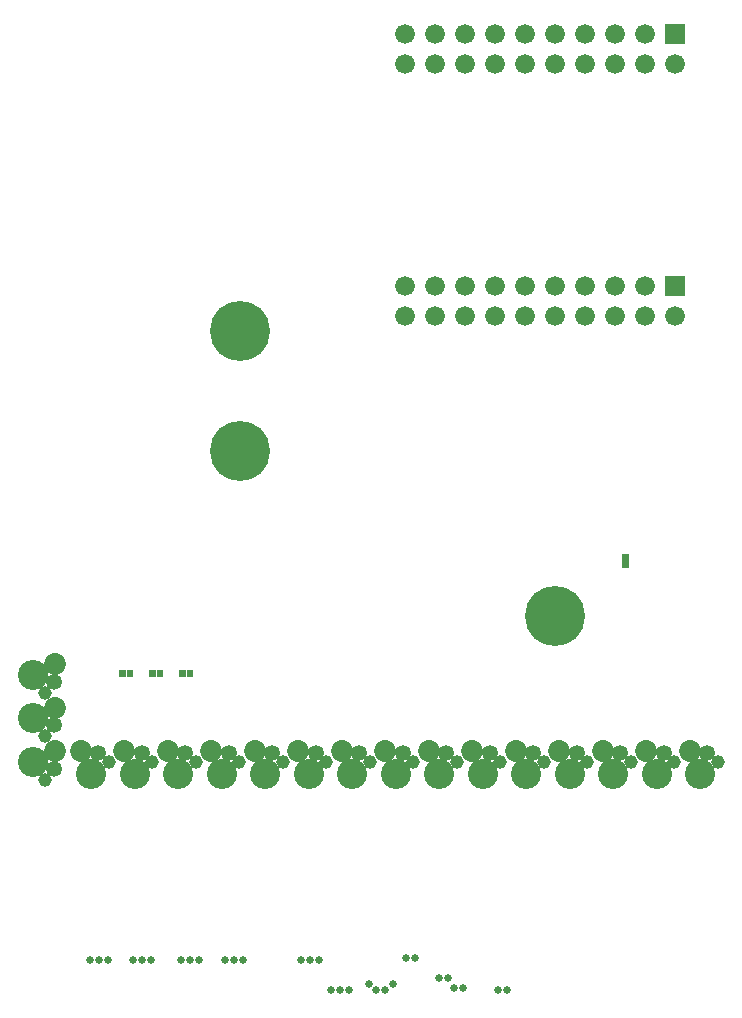
<source format=gbr>
G04 start of page 8 for group -4063 idx -4063 *
G04 Title: (unknown), componentmask *
G04 Creator: pcb 4.2.0 *
G04 CreationDate: Mon Sep 28 03:26:28 2020 UTC *
G04 For: commonadmin *
G04 Format: Gerber/RS-274X *
G04 PCB-Dimensions (mil): 3500.00 4250.00 *
G04 PCB-Coordinate-Origin: lower left *
%MOIN*%
%FSLAX25Y25*%
%LNTOPMASK*%
%ADD99C,0.2000*%
%ADD98C,0.0660*%
%ADD97C,0.0001*%
%ADD96C,0.0260*%
%ADD95C,0.0532*%
%ADD94C,0.0729*%
%ADD93C,0.1005*%
%ADD92C,0.0454*%
G54D92*X231406Y141437D03*
G54D93*X240000Y137500D03*
G54D94*X236457Y144980D03*
G54D95*X242362Y144587D03*
G54D93*X225500Y137500D03*
G54D94*X221957Y144980D03*
G54D95*X227862Y144587D03*
G54D92*X245906Y141437D03*
X187906D03*
G54D94*X192957Y144980D03*
G54D95*X198862Y144587D03*
G54D93*X196500Y137500D03*
X211000D03*
G54D92*X202406Y141437D03*
G54D94*X207457Y144980D03*
G54D95*X213362Y144587D03*
G54D92*X216906Y141437D03*
G54D93*X254500Y137500D03*
X269000D03*
X283500D03*
G54D94*X250957Y144980D03*
G54D95*X256862Y144587D03*
G54D92*X260406Y141437D03*
G54D94*X265457Y144980D03*
G54D95*X271362Y144587D03*
G54D92*X274906Y141437D03*
G54D94*X279957Y144980D03*
G54D95*X285862Y144587D03*
G54D92*X289406Y141437D03*
G54D96*X201499Y66000D03*
X181000Y67500D03*
X204500Y66000D03*
X216000Y65500D03*
X219000D03*
X196500Y69500D03*
X199500D03*
X185500Y76000D03*
X188500D03*
X173000Y67500D03*
X175500Y65500D03*
X178500D03*
X160500D03*
X163500D03*
X166500D03*
X153500Y75500D03*
X156500D03*
X150500D03*
X86000D03*
X83000D03*
X80000D03*
X100500D03*
X97500D03*
X94500D03*
X116500D03*
X113500D03*
X110500D03*
X131000D03*
X128000D03*
X125000D03*
G54D93*X80500Y137500D03*
X95000D03*
X109500D03*
G54D94*X76957Y144980D03*
G54D95*X82862Y144587D03*
G54D92*X86406Y141437D03*
G54D94*X91457Y144980D03*
G54D95*X97362Y144587D03*
G54D92*X100906Y141437D03*
G54D94*X105957Y144980D03*
G54D95*X111862Y144587D03*
G54D93*X61000Y141500D03*
G54D92*X64937Y135594D03*
G54D93*X61000Y170500D03*
G54D92*X64937Y164594D03*
G54D93*X61000Y156000D03*
G54D92*X64937Y150094D03*
G54D94*X68480Y145043D03*
G54D95*X68087Y139138D03*
G54D94*X68480Y174043D03*
G54D95*X68087Y168138D03*
G54D94*X68480Y159543D03*
G54D95*X68087Y153638D03*
G54D92*X115406Y141437D03*
G54D94*X120457Y144980D03*
G54D95*X126362Y144587D03*
G54D93*X124000Y137500D03*
X138500D03*
G54D92*X129906Y141437D03*
G54D94*X134957Y144980D03*
G54D95*X140862Y144587D03*
G54D92*X144406Y141437D03*
G54D93*X153000Y137500D03*
X167500D03*
X182000D03*
G54D94*X149457Y144980D03*
G54D95*X155362Y144587D03*
G54D92*X158906Y141437D03*
G54D94*X163957Y144980D03*
G54D95*X169862Y144587D03*
G54D92*X173406Y141437D03*
G54D94*X178457Y144980D03*
G54D95*X184362Y144587D03*
G54D97*G36*
X271700Y303300D02*Y296700D01*
X278300D01*
Y303300D01*
X271700D01*
G37*
G54D98*X275000Y290000D03*
X265000Y300000D03*
Y290000D03*
X255000Y300000D03*
Y290000D03*
X245000Y300000D03*
Y290000D03*
X235000Y300000D03*
Y290000D03*
X225000Y300000D03*
X215000D03*
X205000D03*
X195000D03*
X185000D03*
X225000Y290000D03*
X215000D03*
X205000D03*
X195000D03*
X185000D03*
G54D97*G36*
X271700Y387300D02*Y380700D01*
X278300D01*
Y387300D01*
X271700D01*
G37*
G54D98*X275000Y374000D03*
X265000Y384000D03*
Y374000D03*
X255000Y384000D03*
Y374000D03*
X245000Y384000D03*
Y374000D03*
X235000D03*
X225000D03*
X235000Y384000D03*
X225000D03*
X215000D03*
X205000D03*
X195000D03*
X185000D03*
X215000Y374000D03*
X205000D03*
X195000D03*
X185000D03*
G54D99*X130000Y285000D03*
X235000Y190000D03*
X130000Y245000D03*
G54D97*G36*
X89913Y172087D02*Y169913D01*
X92087D01*
Y172087D01*
X89913D01*
G37*
G36*
X92275D02*Y169913D01*
X94449D01*
Y172087D01*
X92275D01*
G37*
G36*
X109913D02*Y169913D01*
X112087D01*
Y172087D01*
X109913D01*
G37*
G36*
X112275D02*Y169913D01*
X114449D01*
Y172087D01*
X112275D01*
G37*
G36*
X99913D02*Y169913D01*
X102087D01*
Y172087D01*
X99913D01*
G37*
G36*
X102275D02*Y169913D01*
X104449D01*
Y172087D01*
X102275D01*
G37*
G36*
X257413Y208406D02*Y206232D01*
X259587D01*
Y208406D01*
X257413D01*
G37*
G36*
Y210768D02*Y208594D01*
X259587D01*
Y210768D01*
X257413D01*
G37*
M02*

</source>
